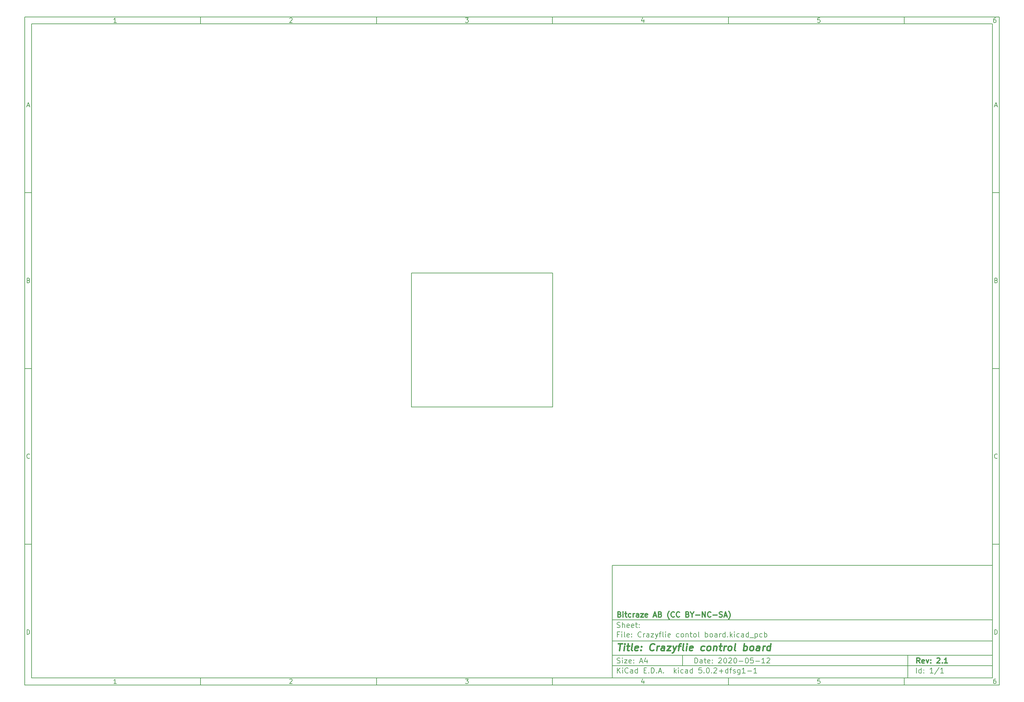
<source format=gm1>
G04 #@! TF.GenerationSoftware,KiCad,Pcbnew,5.0.2+dfsg1-1*
G04 #@! TF.CreationDate,2020-05-20T11:42:17+02:00*
G04 #@! TF.ProjectId,Crazyflie contol board,4372617a-7966-46c6-9965-20636f6e746f,2.1*
G04 #@! TF.SameCoordinates,PX85839e8PY6052f5c*
G04 #@! TF.FileFunction,Profile,NP*
%FSLAX46Y46*%
G04 Gerber Fmt 4.6, Leading zero omitted, Abs format (unit mm)*
G04 Created by KiCad (PCBNEW 5.0.2+dfsg1-1) date wo 20 mei 2020 11:42:17 CEST*
%MOMM*%
%LPD*%
G01*
G04 APERTURE LIST*
%ADD10C,0.150000*%
%ADD11C,0.300000*%
%ADD12C,0.400000*%
%ADD13C,0.200660*%
G04 APERTURE END LIST*
D10*
X37002480Y-65004100D02*
X37002480Y-97004100D01*
X145002480Y-97004100D01*
X145002480Y-65004100D01*
X37002480Y-65004100D01*
X-129999720Y91003100D02*
X-129999720Y-99004100D01*
X147002480Y-99004100D01*
X147002480Y91003100D01*
X-129999720Y91003100D01*
X-127999720Y89003100D02*
X-127999720Y-97004100D01*
X145002480Y-97004100D01*
X145002480Y89003100D01*
X-127999720Y89003100D01*
X-79999720Y89003100D02*
X-79999720Y91003100D01*
X-29999720Y89003100D02*
X-29999720Y91003100D01*
X20000280Y89003100D02*
X20000280Y91003100D01*
X70000280Y89003100D02*
X70000280Y91003100D01*
X120000280Y89003100D02*
X120000280Y91003100D01*
X-103934244Y89415005D02*
X-104677101Y89415005D01*
X-104305673Y89415005D02*
X-104305673Y90715005D01*
X-104429482Y90529291D01*
X-104553292Y90405481D01*
X-104677101Y90343577D01*
X-54677101Y90591196D02*
X-54615197Y90653100D01*
X-54491387Y90715005D01*
X-54181863Y90715005D01*
X-54058054Y90653100D01*
X-53996149Y90591196D01*
X-53934244Y90467386D01*
X-53934244Y90343577D01*
X-53996149Y90157862D01*
X-54739006Y89415005D01*
X-53934244Y89415005D01*
X-4739006Y90715005D02*
X-3934244Y90715005D01*
X-4367578Y90219767D01*
X-4181863Y90219767D01*
X-4058054Y90157862D01*
X-3996149Y90095958D01*
X-3934244Y89972148D01*
X-3934244Y89662624D01*
X-3996149Y89538815D01*
X-4058054Y89476910D01*
X-4181863Y89415005D01*
X-4553292Y89415005D01*
X-4677101Y89476910D01*
X-4739006Y89538815D01*
X45941946Y90281672D02*
X45941946Y89415005D01*
X45632422Y90776910D02*
X45322899Y89848339D01*
X46127660Y89848339D01*
X96003851Y90715005D02*
X95384803Y90715005D01*
X95322899Y90095958D01*
X95384803Y90157862D01*
X95508613Y90219767D01*
X95818137Y90219767D01*
X95941946Y90157862D01*
X96003851Y90095958D01*
X96065756Y89972148D01*
X96065756Y89662624D01*
X96003851Y89538815D01*
X95941946Y89476910D01*
X95818137Y89415005D01*
X95508613Y89415005D01*
X95384803Y89476910D01*
X95322899Y89538815D01*
X145941946Y90715005D02*
X145694327Y90715005D01*
X145570518Y90653100D01*
X145508613Y90591196D01*
X145384803Y90405481D01*
X145322899Y90157862D01*
X145322899Y89662624D01*
X145384803Y89538815D01*
X145446708Y89476910D01*
X145570518Y89415005D01*
X145818137Y89415005D01*
X145941946Y89476910D01*
X146003851Y89538815D01*
X146065756Y89662624D01*
X146065756Y89972148D01*
X146003851Y90095958D01*
X145941946Y90157862D01*
X145818137Y90219767D01*
X145570518Y90219767D01*
X145446708Y90157862D01*
X145384803Y90095958D01*
X145322899Y89972148D01*
X-79999720Y-97004100D02*
X-79999720Y-99004100D01*
X-29999720Y-97004100D02*
X-29999720Y-99004100D01*
X20000280Y-97004100D02*
X20000280Y-99004100D01*
X70000280Y-97004100D02*
X70000280Y-99004100D01*
X120000280Y-97004100D02*
X120000280Y-99004100D01*
X-103934244Y-98592195D02*
X-104677101Y-98592195D01*
X-104305673Y-98592195D02*
X-104305673Y-97292195D01*
X-104429482Y-97477909D01*
X-104553292Y-97601719D01*
X-104677101Y-97663623D01*
X-54677101Y-97416004D02*
X-54615197Y-97354100D01*
X-54491387Y-97292195D01*
X-54181863Y-97292195D01*
X-54058054Y-97354100D01*
X-53996149Y-97416004D01*
X-53934244Y-97539814D01*
X-53934244Y-97663623D01*
X-53996149Y-97849338D01*
X-54739006Y-98592195D01*
X-53934244Y-98592195D01*
X-4739006Y-97292195D02*
X-3934244Y-97292195D01*
X-4367578Y-97787433D01*
X-4181863Y-97787433D01*
X-4058054Y-97849338D01*
X-3996149Y-97911242D01*
X-3934244Y-98035052D01*
X-3934244Y-98344576D01*
X-3996149Y-98468385D01*
X-4058054Y-98530290D01*
X-4181863Y-98592195D01*
X-4553292Y-98592195D01*
X-4677101Y-98530290D01*
X-4739006Y-98468385D01*
X45941946Y-97725528D02*
X45941946Y-98592195D01*
X45632422Y-97230290D02*
X45322899Y-98158861D01*
X46127660Y-98158861D01*
X96003851Y-97292195D02*
X95384803Y-97292195D01*
X95322899Y-97911242D01*
X95384803Y-97849338D01*
X95508613Y-97787433D01*
X95818137Y-97787433D01*
X95941946Y-97849338D01*
X96003851Y-97911242D01*
X96065756Y-98035052D01*
X96065756Y-98344576D01*
X96003851Y-98468385D01*
X95941946Y-98530290D01*
X95818137Y-98592195D01*
X95508613Y-98592195D01*
X95384803Y-98530290D01*
X95322899Y-98468385D01*
X145941946Y-97292195D02*
X145694327Y-97292195D01*
X145570518Y-97354100D01*
X145508613Y-97416004D01*
X145384803Y-97601719D01*
X145322899Y-97849338D01*
X145322899Y-98344576D01*
X145384803Y-98468385D01*
X145446708Y-98530290D01*
X145570518Y-98592195D01*
X145818137Y-98592195D01*
X145941946Y-98530290D01*
X146003851Y-98468385D01*
X146065756Y-98344576D01*
X146065756Y-98035052D01*
X146003851Y-97911242D01*
X145941946Y-97849338D01*
X145818137Y-97787433D01*
X145570518Y-97787433D01*
X145446708Y-97849338D01*
X145384803Y-97911242D01*
X145322899Y-98035052D01*
X-129999720Y41003100D02*
X-127999720Y41003100D01*
X-129999720Y-8996900D02*
X-127999720Y-8996900D01*
X-129999720Y-58996900D02*
X-127999720Y-58996900D01*
X-129309244Y65786434D02*
X-128690197Y65786434D01*
X-129433054Y65415005D02*
X-128999720Y66715005D01*
X-128566387Y65415005D01*
X-128906863Y16095958D02*
X-128721149Y16034053D01*
X-128659244Y15972148D01*
X-128597340Y15848339D01*
X-128597340Y15662624D01*
X-128659244Y15538815D01*
X-128721149Y15476910D01*
X-128844959Y15415005D01*
X-129340197Y15415005D01*
X-129340197Y16715005D01*
X-128906863Y16715005D01*
X-128783054Y16653100D01*
X-128721149Y16591196D01*
X-128659244Y16467386D01*
X-128659244Y16343577D01*
X-128721149Y16219767D01*
X-128783054Y16157862D01*
X-128906863Y16095958D01*
X-129340197Y16095958D01*
X-128597340Y-34461185D02*
X-128659244Y-34523090D01*
X-128844959Y-34584995D01*
X-128968768Y-34584995D01*
X-129154482Y-34523090D01*
X-129278292Y-34399280D01*
X-129340197Y-34275471D01*
X-129402101Y-34027852D01*
X-129402101Y-33842138D01*
X-129340197Y-33594519D01*
X-129278292Y-33470709D01*
X-129154482Y-33346900D01*
X-128968768Y-33284995D01*
X-128844959Y-33284995D01*
X-128659244Y-33346900D01*
X-128597340Y-33408804D01*
X-129340197Y-84584995D02*
X-129340197Y-83284995D01*
X-129030673Y-83284995D01*
X-128844959Y-83346900D01*
X-128721149Y-83470709D01*
X-128659244Y-83594519D01*
X-128597340Y-83842138D01*
X-128597340Y-84027852D01*
X-128659244Y-84275471D01*
X-128721149Y-84399280D01*
X-128844959Y-84523090D01*
X-129030673Y-84584995D01*
X-129340197Y-84584995D01*
X147002480Y41003100D02*
X145002480Y41003100D01*
X147002480Y-8996900D02*
X145002480Y-8996900D01*
X147002480Y-58996900D02*
X145002480Y-58996900D01*
X145692956Y65786434D02*
X146312003Y65786434D01*
X145569146Y65415005D02*
X146002480Y66715005D01*
X146435813Y65415005D01*
X146095337Y16095958D02*
X146281051Y16034053D01*
X146342956Y15972148D01*
X146404860Y15848339D01*
X146404860Y15662624D01*
X146342956Y15538815D01*
X146281051Y15476910D01*
X146157241Y15415005D01*
X145662003Y15415005D01*
X145662003Y16715005D01*
X146095337Y16715005D01*
X146219146Y16653100D01*
X146281051Y16591196D01*
X146342956Y16467386D01*
X146342956Y16343577D01*
X146281051Y16219767D01*
X146219146Y16157862D01*
X146095337Y16095958D01*
X145662003Y16095958D01*
X146404860Y-34461185D02*
X146342956Y-34523090D01*
X146157241Y-34584995D01*
X146033432Y-34584995D01*
X145847718Y-34523090D01*
X145723908Y-34399280D01*
X145662003Y-34275471D01*
X145600099Y-34027852D01*
X145600099Y-33842138D01*
X145662003Y-33594519D01*
X145723908Y-33470709D01*
X145847718Y-33346900D01*
X146033432Y-33284995D01*
X146157241Y-33284995D01*
X146342956Y-33346900D01*
X146404860Y-33408804D01*
X145662003Y-84584995D02*
X145662003Y-83284995D01*
X145971527Y-83284995D01*
X146157241Y-83346900D01*
X146281051Y-83470709D01*
X146342956Y-83594519D01*
X146404860Y-83842138D01*
X146404860Y-84027852D01*
X146342956Y-84275471D01*
X146281051Y-84399280D01*
X146157241Y-84523090D01*
X145971527Y-84584995D01*
X145662003Y-84584995D01*
X60434622Y-92782671D02*
X60434622Y-91282671D01*
X60791765Y-91282671D01*
X61006051Y-91354100D01*
X61148908Y-91496957D01*
X61220337Y-91639814D01*
X61291765Y-91925528D01*
X61291765Y-92139814D01*
X61220337Y-92425528D01*
X61148908Y-92568385D01*
X61006051Y-92711242D01*
X60791765Y-92782671D01*
X60434622Y-92782671D01*
X62577480Y-92782671D02*
X62577480Y-91996957D01*
X62506051Y-91854100D01*
X62363194Y-91782671D01*
X62077480Y-91782671D01*
X61934622Y-91854100D01*
X62577480Y-92711242D02*
X62434622Y-92782671D01*
X62077480Y-92782671D01*
X61934622Y-92711242D01*
X61863194Y-92568385D01*
X61863194Y-92425528D01*
X61934622Y-92282671D01*
X62077480Y-92211242D01*
X62434622Y-92211242D01*
X62577480Y-92139814D01*
X63077480Y-91782671D02*
X63648908Y-91782671D01*
X63291765Y-91282671D02*
X63291765Y-92568385D01*
X63363194Y-92711242D01*
X63506051Y-92782671D01*
X63648908Y-92782671D01*
X64720337Y-92711242D02*
X64577480Y-92782671D01*
X64291765Y-92782671D01*
X64148908Y-92711242D01*
X64077480Y-92568385D01*
X64077480Y-91996957D01*
X64148908Y-91854100D01*
X64291765Y-91782671D01*
X64577480Y-91782671D01*
X64720337Y-91854100D01*
X64791765Y-91996957D01*
X64791765Y-92139814D01*
X64077480Y-92282671D01*
X65434622Y-92639814D02*
X65506051Y-92711242D01*
X65434622Y-92782671D01*
X65363194Y-92711242D01*
X65434622Y-92639814D01*
X65434622Y-92782671D01*
X65434622Y-91854100D02*
X65506051Y-91925528D01*
X65434622Y-91996957D01*
X65363194Y-91925528D01*
X65434622Y-91854100D01*
X65434622Y-91996957D01*
X67220337Y-91425528D02*
X67291765Y-91354100D01*
X67434622Y-91282671D01*
X67791765Y-91282671D01*
X67934622Y-91354100D01*
X68006051Y-91425528D01*
X68077480Y-91568385D01*
X68077480Y-91711242D01*
X68006051Y-91925528D01*
X67148908Y-92782671D01*
X68077480Y-92782671D01*
X69006051Y-91282671D02*
X69148908Y-91282671D01*
X69291765Y-91354100D01*
X69363194Y-91425528D01*
X69434622Y-91568385D01*
X69506051Y-91854100D01*
X69506051Y-92211242D01*
X69434622Y-92496957D01*
X69363194Y-92639814D01*
X69291765Y-92711242D01*
X69148908Y-92782671D01*
X69006051Y-92782671D01*
X68863194Y-92711242D01*
X68791765Y-92639814D01*
X68720337Y-92496957D01*
X68648908Y-92211242D01*
X68648908Y-91854100D01*
X68720337Y-91568385D01*
X68791765Y-91425528D01*
X68863194Y-91354100D01*
X69006051Y-91282671D01*
X70077480Y-91425528D02*
X70148908Y-91354100D01*
X70291765Y-91282671D01*
X70648908Y-91282671D01*
X70791765Y-91354100D01*
X70863194Y-91425528D01*
X70934622Y-91568385D01*
X70934622Y-91711242D01*
X70863194Y-91925528D01*
X70006051Y-92782671D01*
X70934622Y-92782671D01*
X71863194Y-91282671D02*
X72006051Y-91282671D01*
X72148908Y-91354100D01*
X72220337Y-91425528D01*
X72291765Y-91568385D01*
X72363194Y-91854100D01*
X72363194Y-92211242D01*
X72291765Y-92496957D01*
X72220337Y-92639814D01*
X72148908Y-92711242D01*
X72006051Y-92782671D01*
X71863194Y-92782671D01*
X71720337Y-92711242D01*
X71648908Y-92639814D01*
X71577480Y-92496957D01*
X71506051Y-92211242D01*
X71506051Y-91854100D01*
X71577480Y-91568385D01*
X71648908Y-91425528D01*
X71720337Y-91354100D01*
X71863194Y-91282671D01*
X73006051Y-92211242D02*
X74148908Y-92211242D01*
X75148908Y-91282671D02*
X75291765Y-91282671D01*
X75434622Y-91354100D01*
X75506051Y-91425528D01*
X75577480Y-91568385D01*
X75648908Y-91854100D01*
X75648908Y-92211242D01*
X75577480Y-92496957D01*
X75506051Y-92639814D01*
X75434622Y-92711242D01*
X75291765Y-92782671D01*
X75148908Y-92782671D01*
X75006051Y-92711242D01*
X74934622Y-92639814D01*
X74863194Y-92496957D01*
X74791765Y-92211242D01*
X74791765Y-91854100D01*
X74863194Y-91568385D01*
X74934622Y-91425528D01*
X75006051Y-91354100D01*
X75148908Y-91282671D01*
X77006051Y-91282671D02*
X76291765Y-91282671D01*
X76220337Y-91996957D01*
X76291765Y-91925528D01*
X76434622Y-91854100D01*
X76791765Y-91854100D01*
X76934622Y-91925528D01*
X77006051Y-91996957D01*
X77077480Y-92139814D01*
X77077480Y-92496957D01*
X77006051Y-92639814D01*
X76934622Y-92711242D01*
X76791765Y-92782671D01*
X76434622Y-92782671D01*
X76291765Y-92711242D01*
X76220337Y-92639814D01*
X77720337Y-92211242D02*
X78863194Y-92211242D01*
X80363194Y-92782671D02*
X79506051Y-92782671D01*
X79934622Y-92782671D02*
X79934622Y-91282671D01*
X79791765Y-91496957D01*
X79648908Y-91639814D01*
X79506051Y-91711242D01*
X80934622Y-91425528D02*
X81006051Y-91354100D01*
X81148908Y-91282671D01*
X81506051Y-91282671D01*
X81648908Y-91354100D01*
X81720337Y-91425528D01*
X81791765Y-91568385D01*
X81791765Y-91711242D01*
X81720337Y-91925528D01*
X80863194Y-92782671D01*
X81791765Y-92782671D01*
X37002480Y-93504100D02*
X145002480Y-93504100D01*
X38434622Y-95582671D02*
X38434622Y-94082671D01*
X39291765Y-95582671D02*
X38648908Y-94725528D01*
X39291765Y-94082671D02*
X38434622Y-94939814D01*
X39934622Y-95582671D02*
X39934622Y-94582671D01*
X39934622Y-94082671D02*
X39863194Y-94154100D01*
X39934622Y-94225528D01*
X40006051Y-94154100D01*
X39934622Y-94082671D01*
X39934622Y-94225528D01*
X41506051Y-95439814D02*
X41434622Y-95511242D01*
X41220337Y-95582671D01*
X41077480Y-95582671D01*
X40863194Y-95511242D01*
X40720337Y-95368385D01*
X40648908Y-95225528D01*
X40577480Y-94939814D01*
X40577480Y-94725528D01*
X40648908Y-94439814D01*
X40720337Y-94296957D01*
X40863194Y-94154100D01*
X41077480Y-94082671D01*
X41220337Y-94082671D01*
X41434622Y-94154100D01*
X41506051Y-94225528D01*
X42791765Y-95582671D02*
X42791765Y-94796957D01*
X42720337Y-94654100D01*
X42577480Y-94582671D01*
X42291765Y-94582671D01*
X42148908Y-94654100D01*
X42791765Y-95511242D02*
X42648908Y-95582671D01*
X42291765Y-95582671D01*
X42148908Y-95511242D01*
X42077480Y-95368385D01*
X42077480Y-95225528D01*
X42148908Y-95082671D01*
X42291765Y-95011242D01*
X42648908Y-95011242D01*
X42791765Y-94939814D01*
X44148908Y-95582671D02*
X44148908Y-94082671D01*
X44148908Y-95511242D02*
X44006051Y-95582671D01*
X43720337Y-95582671D01*
X43577480Y-95511242D01*
X43506051Y-95439814D01*
X43434622Y-95296957D01*
X43434622Y-94868385D01*
X43506051Y-94725528D01*
X43577480Y-94654100D01*
X43720337Y-94582671D01*
X44006051Y-94582671D01*
X44148908Y-94654100D01*
X46006051Y-94796957D02*
X46506051Y-94796957D01*
X46720337Y-95582671D02*
X46006051Y-95582671D01*
X46006051Y-94082671D01*
X46720337Y-94082671D01*
X47363194Y-95439814D02*
X47434622Y-95511242D01*
X47363194Y-95582671D01*
X47291765Y-95511242D01*
X47363194Y-95439814D01*
X47363194Y-95582671D01*
X48077480Y-95582671D02*
X48077480Y-94082671D01*
X48434622Y-94082671D01*
X48648908Y-94154100D01*
X48791765Y-94296957D01*
X48863194Y-94439814D01*
X48934622Y-94725528D01*
X48934622Y-94939814D01*
X48863194Y-95225528D01*
X48791765Y-95368385D01*
X48648908Y-95511242D01*
X48434622Y-95582671D01*
X48077480Y-95582671D01*
X49577480Y-95439814D02*
X49648908Y-95511242D01*
X49577480Y-95582671D01*
X49506051Y-95511242D01*
X49577480Y-95439814D01*
X49577480Y-95582671D01*
X50220337Y-95154100D02*
X50934622Y-95154100D01*
X50077480Y-95582671D02*
X50577480Y-94082671D01*
X51077480Y-95582671D01*
X51577480Y-95439814D02*
X51648908Y-95511242D01*
X51577480Y-95582671D01*
X51506051Y-95511242D01*
X51577480Y-95439814D01*
X51577480Y-95582671D01*
X54577480Y-95582671D02*
X54577480Y-94082671D01*
X54720337Y-95011242D02*
X55148908Y-95582671D01*
X55148908Y-94582671D02*
X54577480Y-95154100D01*
X55791765Y-95582671D02*
X55791765Y-94582671D01*
X55791765Y-94082671D02*
X55720337Y-94154100D01*
X55791765Y-94225528D01*
X55863194Y-94154100D01*
X55791765Y-94082671D01*
X55791765Y-94225528D01*
X57148908Y-95511242D02*
X57006051Y-95582671D01*
X56720337Y-95582671D01*
X56577480Y-95511242D01*
X56506051Y-95439814D01*
X56434622Y-95296957D01*
X56434622Y-94868385D01*
X56506051Y-94725528D01*
X56577480Y-94654100D01*
X56720337Y-94582671D01*
X57006051Y-94582671D01*
X57148908Y-94654100D01*
X58434622Y-95582671D02*
X58434622Y-94796957D01*
X58363194Y-94654100D01*
X58220337Y-94582671D01*
X57934622Y-94582671D01*
X57791765Y-94654100D01*
X58434622Y-95511242D02*
X58291765Y-95582671D01*
X57934622Y-95582671D01*
X57791765Y-95511242D01*
X57720337Y-95368385D01*
X57720337Y-95225528D01*
X57791765Y-95082671D01*
X57934622Y-95011242D01*
X58291765Y-95011242D01*
X58434622Y-94939814D01*
X59791765Y-95582671D02*
X59791765Y-94082671D01*
X59791765Y-95511242D02*
X59648908Y-95582671D01*
X59363194Y-95582671D01*
X59220337Y-95511242D01*
X59148908Y-95439814D01*
X59077480Y-95296957D01*
X59077480Y-94868385D01*
X59148908Y-94725528D01*
X59220337Y-94654100D01*
X59363194Y-94582671D01*
X59648908Y-94582671D01*
X59791765Y-94654100D01*
X62363194Y-94082671D02*
X61648908Y-94082671D01*
X61577480Y-94796957D01*
X61648908Y-94725528D01*
X61791765Y-94654100D01*
X62148908Y-94654100D01*
X62291765Y-94725528D01*
X62363194Y-94796957D01*
X62434622Y-94939814D01*
X62434622Y-95296957D01*
X62363194Y-95439814D01*
X62291765Y-95511242D01*
X62148908Y-95582671D01*
X61791765Y-95582671D01*
X61648908Y-95511242D01*
X61577480Y-95439814D01*
X63077480Y-95439814D02*
X63148908Y-95511242D01*
X63077480Y-95582671D01*
X63006051Y-95511242D01*
X63077480Y-95439814D01*
X63077480Y-95582671D01*
X64077480Y-94082671D02*
X64220337Y-94082671D01*
X64363194Y-94154100D01*
X64434622Y-94225528D01*
X64506051Y-94368385D01*
X64577480Y-94654100D01*
X64577480Y-95011242D01*
X64506051Y-95296957D01*
X64434622Y-95439814D01*
X64363194Y-95511242D01*
X64220337Y-95582671D01*
X64077480Y-95582671D01*
X63934622Y-95511242D01*
X63863194Y-95439814D01*
X63791765Y-95296957D01*
X63720337Y-95011242D01*
X63720337Y-94654100D01*
X63791765Y-94368385D01*
X63863194Y-94225528D01*
X63934622Y-94154100D01*
X64077480Y-94082671D01*
X65220337Y-95439814D02*
X65291765Y-95511242D01*
X65220337Y-95582671D01*
X65148908Y-95511242D01*
X65220337Y-95439814D01*
X65220337Y-95582671D01*
X65863194Y-94225528D02*
X65934622Y-94154100D01*
X66077480Y-94082671D01*
X66434622Y-94082671D01*
X66577480Y-94154100D01*
X66648908Y-94225528D01*
X66720337Y-94368385D01*
X66720337Y-94511242D01*
X66648908Y-94725528D01*
X65791765Y-95582671D01*
X66720337Y-95582671D01*
X67363194Y-95011242D02*
X68506051Y-95011242D01*
X67934622Y-95582671D02*
X67934622Y-94439814D01*
X69863194Y-95582671D02*
X69863194Y-94082671D01*
X69863194Y-95511242D02*
X69720337Y-95582671D01*
X69434622Y-95582671D01*
X69291765Y-95511242D01*
X69220337Y-95439814D01*
X69148908Y-95296957D01*
X69148908Y-94868385D01*
X69220337Y-94725528D01*
X69291765Y-94654100D01*
X69434622Y-94582671D01*
X69720337Y-94582671D01*
X69863194Y-94654100D01*
X70363194Y-94582671D02*
X70934622Y-94582671D01*
X70577480Y-95582671D02*
X70577480Y-94296957D01*
X70648908Y-94154100D01*
X70791765Y-94082671D01*
X70934622Y-94082671D01*
X71363194Y-95511242D02*
X71506051Y-95582671D01*
X71791765Y-95582671D01*
X71934622Y-95511242D01*
X72006051Y-95368385D01*
X72006051Y-95296957D01*
X71934622Y-95154100D01*
X71791765Y-95082671D01*
X71577480Y-95082671D01*
X71434622Y-95011242D01*
X71363194Y-94868385D01*
X71363194Y-94796957D01*
X71434622Y-94654100D01*
X71577480Y-94582671D01*
X71791765Y-94582671D01*
X71934622Y-94654100D01*
X73291765Y-94582671D02*
X73291765Y-95796957D01*
X73220337Y-95939814D01*
X73148908Y-96011242D01*
X73006051Y-96082671D01*
X72791765Y-96082671D01*
X72648908Y-96011242D01*
X73291765Y-95511242D02*
X73148908Y-95582671D01*
X72863194Y-95582671D01*
X72720337Y-95511242D01*
X72648908Y-95439814D01*
X72577480Y-95296957D01*
X72577480Y-94868385D01*
X72648908Y-94725528D01*
X72720337Y-94654100D01*
X72863194Y-94582671D01*
X73148908Y-94582671D01*
X73291765Y-94654100D01*
X74791765Y-95582671D02*
X73934622Y-95582671D01*
X74363194Y-95582671D02*
X74363194Y-94082671D01*
X74220337Y-94296957D01*
X74077480Y-94439814D01*
X73934622Y-94511242D01*
X75434622Y-95011242D02*
X76577480Y-95011242D01*
X78077480Y-95582671D02*
X77220337Y-95582671D01*
X77648908Y-95582671D02*
X77648908Y-94082671D01*
X77506051Y-94296957D01*
X77363194Y-94439814D01*
X77220337Y-94511242D01*
X37002480Y-90504100D02*
X145002480Y-90504100D01*
D11*
X124411765Y-92782671D02*
X123911765Y-92068385D01*
X123554622Y-92782671D02*
X123554622Y-91282671D01*
X124126051Y-91282671D01*
X124268908Y-91354100D01*
X124340337Y-91425528D01*
X124411765Y-91568385D01*
X124411765Y-91782671D01*
X124340337Y-91925528D01*
X124268908Y-91996957D01*
X124126051Y-92068385D01*
X123554622Y-92068385D01*
X125626051Y-92711242D02*
X125483194Y-92782671D01*
X125197480Y-92782671D01*
X125054622Y-92711242D01*
X124983194Y-92568385D01*
X124983194Y-91996957D01*
X125054622Y-91854100D01*
X125197480Y-91782671D01*
X125483194Y-91782671D01*
X125626051Y-91854100D01*
X125697480Y-91996957D01*
X125697480Y-92139814D01*
X124983194Y-92282671D01*
X126197480Y-91782671D02*
X126554622Y-92782671D01*
X126911765Y-91782671D01*
X127483194Y-92639814D02*
X127554622Y-92711242D01*
X127483194Y-92782671D01*
X127411765Y-92711242D01*
X127483194Y-92639814D01*
X127483194Y-92782671D01*
X127483194Y-91854100D02*
X127554622Y-91925528D01*
X127483194Y-91996957D01*
X127411765Y-91925528D01*
X127483194Y-91854100D01*
X127483194Y-91996957D01*
X129268908Y-91425528D02*
X129340337Y-91354100D01*
X129483194Y-91282671D01*
X129840337Y-91282671D01*
X129983194Y-91354100D01*
X130054622Y-91425528D01*
X130126051Y-91568385D01*
X130126051Y-91711242D01*
X130054622Y-91925528D01*
X129197480Y-92782671D01*
X130126051Y-92782671D01*
X130768908Y-92639814D02*
X130840337Y-92711242D01*
X130768908Y-92782671D01*
X130697480Y-92711242D01*
X130768908Y-92639814D01*
X130768908Y-92782671D01*
X132268908Y-92782671D02*
X131411765Y-92782671D01*
X131840337Y-92782671D02*
X131840337Y-91282671D01*
X131697480Y-91496957D01*
X131554622Y-91639814D01*
X131411765Y-91711242D01*
D10*
X38363194Y-92711242D02*
X38577480Y-92782671D01*
X38934622Y-92782671D01*
X39077480Y-92711242D01*
X39148908Y-92639814D01*
X39220337Y-92496957D01*
X39220337Y-92354100D01*
X39148908Y-92211242D01*
X39077480Y-92139814D01*
X38934622Y-92068385D01*
X38648908Y-91996957D01*
X38506051Y-91925528D01*
X38434622Y-91854100D01*
X38363194Y-91711242D01*
X38363194Y-91568385D01*
X38434622Y-91425528D01*
X38506051Y-91354100D01*
X38648908Y-91282671D01*
X39006051Y-91282671D01*
X39220337Y-91354100D01*
X39863194Y-92782671D02*
X39863194Y-91782671D01*
X39863194Y-91282671D02*
X39791765Y-91354100D01*
X39863194Y-91425528D01*
X39934622Y-91354100D01*
X39863194Y-91282671D01*
X39863194Y-91425528D01*
X40434622Y-91782671D02*
X41220337Y-91782671D01*
X40434622Y-92782671D01*
X41220337Y-92782671D01*
X42363194Y-92711242D02*
X42220337Y-92782671D01*
X41934622Y-92782671D01*
X41791765Y-92711242D01*
X41720337Y-92568385D01*
X41720337Y-91996957D01*
X41791765Y-91854100D01*
X41934622Y-91782671D01*
X42220337Y-91782671D01*
X42363194Y-91854100D01*
X42434622Y-91996957D01*
X42434622Y-92139814D01*
X41720337Y-92282671D01*
X43077480Y-92639814D02*
X43148908Y-92711242D01*
X43077480Y-92782671D01*
X43006051Y-92711242D01*
X43077480Y-92639814D01*
X43077480Y-92782671D01*
X43077480Y-91854100D02*
X43148908Y-91925528D01*
X43077480Y-91996957D01*
X43006051Y-91925528D01*
X43077480Y-91854100D01*
X43077480Y-91996957D01*
X44863194Y-92354100D02*
X45577480Y-92354100D01*
X44720337Y-92782671D02*
X45220337Y-91282671D01*
X45720337Y-92782671D01*
X46863194Y-91782671D02*
X46863194Y-92782671D01*
X46506051Y-91211242D02*
X46148908Y-92282671D01*
X47077480Y-92282671D01*
X123434622Y-95582671D02*
X123434622Y-94082671D01*
X124791765Y-95582671D02*
X124791765Y-94082671D01*
X124791765Y-95511242D02*
X124648908Y-95582671D01*
X124363194Y-95582671D01*
X124220337Y-95511242D01*
X124148908Y-95439814D01*
X124077480Y-95296957D01*
X124077480Y-94868385D01*
X124148908Y-94725528D01*
X124220337Y-94654100D01*
X124363194Y-94582671D01*
X124648908Y-94582671D01*
X124791765Y-94654100D01*
X125506051Y-95439814D02*
X125577480Y-95511242D01*
X125506051Y-95582671D01*
X125434622Y-95511242D01*
X125506051Y-95439814D01*
X125506051Y-95582671D01*
X125506051Y-94654100D02*
X125577480Y-94725528D01*
X125506051Y-94796957D01*
X125434622Y-94725528D01*
X125506051Y-94654100D01*
X125506051Y-94796957D01*
X128148908Y-95582671D02*
X127291765Y-95582671D01*
X127720337Y-95582671D02*
X127720337Y-94082671D01*
X127577480Y-94296957D01*
X127434622Y-94439814D01*
X127291765Y-94511242D01*
X129863194Y-94011242D02*
X128577480Y-95939814D01*
X131148908Y-95582671D02*
X130291765Y-95582671D01*
X130720337Y-95582671D02*
X130720337Y-94082671D01*
X130577480Y-94296957D01*
X130434622Y-94439814D01*
X130291765Y-94511242D01*
X37002480Y-86504100D02*
X145002480Y-86504100D01*
D12*
X38714860Y-87208861D02*
X39857718Y-87208861D01*
X39036289Y-89208861D02*
X39286289Y-87208861D01*
X40274384Y-89208861D02*
X40441051Y-87875528D01*
X40524384Y-87208861D02*
X40417241Y-87304100D01*
X40500575Y-87399338D01*
X40607718Y-87304100D01*
X40524384Y-87208861D01*
X40500575Y-87399338D01*
X41107718Y-87875528D02*
X41869622Y-87875528D01*
X41476765Y-87208861D02*
X41262480Y-88923147D01*
X41333908Y-89113623D01*
X41512480Y-89208861D01*
X41702956Y-89208861D01*
X42655337Y-89208861D02*
X42476765Y-89113623D01*
X42405337Y-88923147D01*
X42619622Y-87208861D01*
X44191051Y-89113623D02*
X43988670Y-89208861D01*
X43607718Y-89208861D01*
X43429146Y-89113623D01*
X43357718Y-88923147D01*
X43452956Y-88161242D01*
X43572003Y-87970766D01*
X43774384Y-87875528D01*
X44155337Y-87875528D01*
X44333908Y-87970766D01*
X44405337Y-88161242D01*
X44381527Y-88351719D01*
X43405337Y-88542195D01*
X45155337Y-89018385D02*
X45238670Y-89113623D01*
X45131527Y-89208861D01*
X45048194Y-89113623D01*
X45155337Y-89018385D01*
X45131527Y-89208861D01*
X45286289Y-87970766D02*
X45369622Y-88066004D01*
X45262480Y-88161242D01*
X45179146Y-88066004D01*
X45286289Y-87970766D01*
X45262480Y-88161242D01*
X48774384Y-89018385D02*
X48667241Y-89113623D01*
X48369622Y-89208861D01*
X48179146Y-89208861D01*
X47905337Y-89113623D01*
X47738670Y-88923147D01*
X47667241Y-88732671D01*
X47619622Y-88351719D01*
X47655337Y-88066004D01*
X47798194Y-87685052D01*
X47917241Y-87494576D01*
X48131527Y-87304100D01*
X48429146Y-87208861D01*
X48619622Y-87208861D01*
X48893432Y-87304100D01*
X48976765Y-87399338D01*
X49607718Y-89208861D02*
X49774384Y-87875528D01*
X49726765Y-88256480D02*
X49845813Y-88066004D01*
X49952956Y-87970766D01*
X50155337Y-87875528D01*
X50345813Y-87875528D01*
X51702956Y-89208861D02*
X51833908Y-88161242D01*
X51762480Y-87970766D01*
X51583908Y-87875528D01*
X51202956Y-87875528D01*
X51000575Y-87970766D01*
X51714860Y-89113623D02*
X51512480Y-89208861D01*
X51036289Y-89208861D01*
X50857718Y-89113623D01*
X50786289Y-88923147D01*
X50810099Y-88732671D01*
X50929146Y-88542195D01*
X51131527Y-88446957D01*
X51607718Y-88446957D01*
X51810099Y-88351719D01*
X52631527Y-87875528D02*
X53679146Y-87875528D01*
X52464860Y-89208861D01*
X53512480Y-89208861D01*
X54250575Y-87875528D02*
X54560099Y-89208861D01*
X55202956Y-87875528D02*
X54560099Y-89208861D01*
X54310099Y-89685052D01*
X54202956Y-89780290D01*
X54000575Y-89875528D01*
X55679146Y-87875528D02*
X56441051Y-87875528D01*
X55798194Y-89208861D02*
X56012480Y-87494576D01*
X56131527Y-87304100D01*
X56333908Y-87208861D01*
X56524384Y-87208861D01*
X57226765Y-89208861D02*
X57048194Y-89113623D01*
X56976765Y-88923147D01*
X57191051Y-87208861D01*
X57988670Y-89208861D02*
X58155337Y-87875528D01*
X58238670Y-87208861D02*
X58131527Y-87304100D01*
X58214860Y-87399338D01*
X58322003Y-87304100D01*
X58238670Y-87208861D01*
X58214860Y-87399338D01*
X59714860Y-89113623D02*
X59512480Y-89208861D01*
X59131527Y-89208861D01*
X58952956Y-89113623D01*
X58881527Y-88923147D01*
X58976765Y-88161242D01*
X59095813Y-87970766D01*
X59298194Y-87875528D01*
X59679146Y-87875528D01*
X59857718Y-87970766D01*
X59929146Y-88161242D01*
X59905337Y-88351719D01*
X58929146Y-88542195D01*
X63048194Y-89113623D02*
X62845813Y-89208861D01*
X62464860Y-89208861D01*
X62286289Y-89113623D01*
X62202956Y-89018385D01*
X62131527Y-88827909D01*
X62202956Y-88256480D01*
X62322003Y-88066004D01*
X62429146Y-87970766D01*
X62631527Y-87875528D01*
X63012480Y-87875528D01*
X63191051Y-87970766D01*
X64179146Y-89208861D02*
X64000575Y-89113623D01*
X63917241Y-89018385D01*
X63845813Y-88827909D01*
X63917241Y-88256480D01*
X64036289Y-88066004D01*
X64143432Y-87970766D01*
X64345813Y-87875528D01*
X64631527Y-87875528D01*
X64810099Y-87970766D01*
X64893432Y-88066004D01*
X64964860Y-88256480D01*
X64893432Y-88827909D01*
X64774384Y-89018385D01*
X64667241Y-89113623D01*
X64464860Y-89208861D01*
X64179146Y-89208861D01*
X65869622Y-87875528D02*
X65702956Y-89208861D01*
X65845813Y-88066004D02*
X65952956Y-87970766D01*
X66155337Y-87875528D01*
X66441051Y-87875528D01*
X66619622Y-87970766D01*
X66691051Y-88161242D01*
X66560099Y-89208861D01*
X67393432Y-87875528D02*
X68155337Y-87875528D01*
X67762480Y-87208861D02*
X67548194Y-88923147D01*
X67619622Y-89113623D01*
X67798194Y-89208861D01*
X67988670Y-89208861D01*
X68655337Y-89208861D02*
X68822003Y-87875528D01*
X68774384Y-88256480D02*
X68893432Y-88066004D01*
X69000575Y-87970766D01*
X69202956Y-87875528D01*
X69393432Y-87875528D01*
X70179146Y-89208861D02*
X70000575Y-89113623D01*
X69917241Y-89018385D01*
X69845813Y-88827909D01*
X69917241Y-88256480D01*
X70036289Y-88066004D01*
X70143432Y-87970766D01*
X70345813Y-87875528D01*
X70631527Y-87875528D01*
X70810099Y-87970766D01*
X70893432Y-88066004D01*
X70964860Y-88256480D01*
X70893432Y-88827909D01*
X70774384Y-89018385D01*
X70667241Y-89113623D01*
X70464860Y-89208861D01*
X70179146Y-89208861D01*
X71988670Y-89208861D02*
X71810099Y-89113623D01*
X71738670Y-88923147D01*
X71952956Y-87208861D01*
X74274384Y-89208861D02*
X74524384Y-87208861D01*
X74429146Y-87970766D02*
X74631527Y-87875528D01*
X75012480Y-87875528D01*
X75191051Y-87970766D01*
X75274384Y-88066004D01*
X75345813Y-88256480D01*
X75274384Y-88827909D01*
X75155337Y-89018385D01*
X75048194Y-89113623D01*
X74845813Y-89208861D01*
X74464860Y-89208861D01*
X74286289Y-89113623D01*
X76369622Y-89208861D02*
X76191051Y-89113623D01*
X76107718Y-89018385D01*
X76036289Y-88827909D01*
X76107718Y-88256480D01*
X76226765Y-88066004D01*
X76333908Y-87970766D01*
X76536289Y-87875528D01*
X76822003Y-87875528D01*
X77000575Y-87970766D01*
X77083908Y-88066004D01*
X77155337Y-88256480D01*
X77083908Y-88827909D01*
X76964860Y-89018385D01*
X76857718Y-89113623D01*
X76655337Y-89208861D01*
X76369622Y-89208861D01*
X78750575Y-89208861D02*
X78881527Y-88161242D01*
X78810099Y-87970766D01*
X78631527Y-87875528D01*
X78250575Y-87875528D01*
X78048194Y-87970766D01*
X78762480Y-89113623D02*
X78560099Y-89208861D01*
X78083908Y-89208861D01*
X77905337Y-89113623D01*
X77833908Y-88923147D01*
X77857718Y-88732671D01*
X77976765Y-88542195D01*
X78179146Y-88446957D01*
X78655337Y-88446957D01*
X78857718Y-88351719D01*
X79702956Y-89208861D02*
X79869622Y-87875528D01*
X79822003Y-88256480D02*
X79941051Y-88066004D01*
X80048194Y-87970766D01*
X80250575Y-87875528D01*
X80441051Y-87875528D01*
X81798194Y-89208861D02*
X82048194Y-87208861D01*
X81810099Y-89113623D02*
X81607718Y-89208861D01*
X81226765Y-89208861D01*
X81048194Y-89113623D01*
X80964860Y-89018385D01*
X80893432Y-88827909D01*
X80964860Y-88256480D01*
X81083908Y-88066004D01*
X81191051Y-87970766D01*
X81393432Y-87875528D01*
X81774384Y-87875528D01*
X81952956Y-87970766D01*
D10*
X38934622Y-84596957D02*
X38434622Y-84596957D01*
X38434622Y-85382671D02*
X38434622Y-83882671D01*
X39148908Y-83882671D01*
X39720337Y-85382671D02*
X39720337Y-84382671D01*
X39720337Y-83882671D02*
X39648908Y-83954100D01*
X39720337Y-84025528D01*
X39791765Y-83954100D01*
X39720337Y-83882671D01*
X39720337Y-84025528D01*
X40648908Y-85382671D02*
X40506051Y-85311242D01*
X40434622Y-85168385D01*
X40434622Y-83882671D01*
X41791765Y-85311242D02*
X41648908Y-85382671D01*
X41363194Y-85382671D01*
X41220337Y-85311242D01*
X41148908Y-85168385D01*
X41148908Y-84596957D01*
X41220337Y-84454100D01*
X41363194Y-84382671D01*
X41648908Y-84382671D01*
X41791765Y-84454100D01*
X41863194Y-84596957D01*
X41863194Y-84739814D01*
X41148908Y-84882671D01*
X42506051Y-85239814D02*
X42577480Y-85311242D01*
X42506051Y-85382671D01*
X42434622Y-85311242D01*
X42506051Y-85239814D01*
X42506051Y-85382671D01*
X42506051Y-84454100D02*
X42577480Y-84525528D01*
X42506051Y-84596957D01*
X42434622Y-84525528D01*
X42506051Y-84454100D01*
X42506051Y-84596957D01*
X45220337Y-85239814D02*
X45148908Y-85311242D01*
X44934622Y-85382671D01*
X44791765Y-85382671D01*
X44577480Y-85311242D01*
X44434622Y-85168385D01*
X44363194Y-85025528D01*
X44291765Y-84739814D01*
X44291765Y-84525528D01*
X44363194Y-84239814D01*
X44434622Y-84096957D01*
X44577480Y-83954100D01*
X44791765Y-83882671D01*
X44934622Y-83882671D01*
X45148908Y-83954100D01*
X45220337Y-84025528D01*
X45863194Y-85382671D02*
X45863194Y-84382671D01*
X45863194Y-84668385D02*
X45934622Y-84525528D01*
X46006051Y-84454100D01*
X46148908Y-84382671D01*
X46291765Y-84382671D01*
X47434622Y-85382671D02*
X47434622Y-84596957D01*
X47363194Y-84454100D01*
X47220337Y-84382671D01*
X46934622Y-84382671D01*
X46791765Y-84454100D01*
X47434622Y-85311242D02*
X47291765Y-85382671D01*
X46934622Y-85382671D01*
X46791765Y-85311242D01*
X46720337Y-85168385D01*
X46720337Y-85025528D01*
X46791765Y-84882671D01*
X46934622Y-84811242D01*
X47291765Y-84811242D01*
X47434622Y-84739814D01*
X48006051Y-84382671D02*
X48791765Y-84382671D01*
X48006051Y-85382671D01*
X48791765Y-85382671D01*
X49220337Y-84382671D02*
X49577480Y-85382671D01*
X49934622Y-84382671D02*
X49577480Y-85382671D01*
X49434622Y-85739814D01*
X49363194Y-85811242D01*
X49220337Y-85882671D01*
X50291765Y-84382671D02*
X50863194Y-84382671D01*
X50506051Y-85382671D02*
X50506051Y-84096957D01*
X50577480Y-83954100D01*
X50720337Y-83882671D01*
X50863194Y-83882671D01*
X51577480Y-85382671D02*
X51434622Y-85311242D01*
X51363194Y-85168385D01*
X51363194Y-83882671D01*
X52148908Y-85382671D02*
X52148908Y-84382671D01*
X52148908Y-83882671D02*
X52077480Y-83954100D01*
X52148908Y-84025528D01*
X52220337Y-83954100D01*
X52148908Y-83882671D01*
X52148908Y-84025528D01*
X53434622Y-85311242D02*
X53291765Y-85382671D01*
X53006051Y-85382671D01*
X52863194Y-85311242D01*
X52791765Y-85168385D01*
X52791765Y-84596957D01*
X52863194Y-84454100D01*
X53006051Y-84382671D01*
X53291765Y-84382671D01*
X53434622Y-84454100D01*
X53506051Y-84596957D01*
X53506051Y-84739814D01*
X52791765Y-84882671D01*
X55934622Y-85311242D02*
X55791765Y-85382671D01*
X55506051Y-85382671D01*
X55363194Y-85311242D01*
X55291765Y-85239814D01*
X55220337Y-85096957D01*
X55220337Y-84668385D01*
X55291765Y-84525528D01*
X55363194Y-84454100D01*
X55506051Y-84382671D01*
X55791765Y-84382671D01*
X55934622Y-84454100D01*
X56791765Y-85382671D02*
X56648908Y-85311242D01*
X56577480Y-85239814D01*
X56506051Y-85096957D01*
X56506051Y-84668385D01*
X56577480Y-84525528D01*
X56648908Y-84454100D01*
X56791765Y-84382671D01*
X57006051Y-84382671D01*
X57148908Y-84454100D01*
X57220337Y-84525528D01*
X57291765Y-84668385D01*
X57291765Y-85096957D01*
X57220337Y-85239814D01*
X57148908Y-85311242D01*
X57006051Y-85382671D01*
X56791765Y-85382671D01*
X57934622Y-84382671D02*
X57934622Y-85382671D01*
X57934622Y-84525528D02*
X58006051Y-84454100D01*
X58148908Y-84382671D01*
X58363194Y-84382671D01*
X58506051Y-84454100D01*
X58577480Y-84596957D01*
X58577480Y-85382671D01*
X59077480Y-84382671D02*
X59648908Y-84382671D01*
X59291765Y-83882671D02*
X59291765Y-85168385D01*
X59363194Y-85311242D01*
X59506051Y-85382671D01*
X59648908Y-85382671D01*
X60363194Y-85382671D02*
X60220337Y-85311242D01*
X60148908Y-85239814D01*
X60077480Y-85096957D01*
X60077480Y-84668385D01*
X60148908Y-84525528D01*
X60220337Y-84454100D01*
X60363194Y-84382671D01*
X60577480Y-84382671D01*
X60720337Y-84454100D01*
X60791765Y-84525528D01*
X60863194Y-84668385D01*
X60863194Y-85096957D01*
X60791765Y-85239814D01*
X60720337Y-85311242D01*
X60577480Y-85382671D01*
X60363194Y-85382671D01*
X61720337Y-85382671D02*
X61577480Y-85311242D01*
X61506051Y-85168385D01*
X61506051Y-83882671D01*
X63434622Y-85382671D02*
X63434622Y-83882671D01*
X63434622Y-84454100D02*
X63577480Y-84382671D01*
X63863194Y-84382671D01*
X64006051Y-84454100D01*
X64077480Y-84525528D01*
X64148908Y-84668385D01*
X64148908Y-85096957D01*
X64077480Y-85239814D01*
X64006051Y-85311242D01*
X63863194Y-85382671D01*
X63577480Y-85382671D01*
X63434622Y-85311242D01*
X65006051Y-85382671D02*
X64863194Y-85311242D01*
X64791765Y-85239814D01*
X64720337Y-85096957D01*
X64720337Y-84668385D01*
X64791765Y-84525528D01*
X64863194Y-84454100D01*
X65006051Y-84382671D01*
X65220337Y-84382671D01*
X65363194Y-84454100D01*
X65434622Y-84525528D01*
X65506051Y-84668385D01*
X65506051Y-85096957D01*
X65434622Y-85239814D01*
X65363194Y-85311242D01*
X65220337Y-85382671D01*
X65006051Y-85382671D01*
X66791765Y-85382671D02*
X66791765Y-84596957D01*
X66720337Y-84454100D01*
X66577480Y-84382671D01*
X66291765Y-84382671D01*
X66148908Y-84454100D01*
X66791765Y-85311242D02*
X66648908Y-85382671D01*
X66291765Y-85382671D01*
X66148908Y-85311242D01*
X66077480Y-85168385D01*
X66077480Y-85025528D01*
X66148908Y-84882671D01*
X66291765Y-84811242D01*
X66648908Y-84811242D01*
X66791765Y-84739814D01*
X67506051Y-85382671D02*
X67506051Y-84382671D01*
X67506051Y-84668385D02*
X67577480Y-84525528D01*
X67648908Y-84454100D01*
X67791765Y-84382671D01*
X67934622Y-84382671D01*
X69077480Y-85382671D02*
X69077480Y-83882671D01*
X69077480Y-85311242D02*
X68934622Y-85382671D01*
X68648908Y-85382671D01*
X68506051Y-85311242D01*
X68434622Y-85239814D01*
X68363194Y-85096957D01*
X68363194Y-84668385D01*
X68434622Y-84525528D01*
X68506051Y-84454100D01*
X68648908Y-84382671D01*
X68934622Y-84382671D01*
X69077480Y-84454100D01*
X69791765Y-85239814D02*
X69863194Y-85311242D01*
X69791765Y-85382671D01*
X69720337Y-85311242D01*
X69791765Y-85239814D01*
X69791765Y-85382671D01*
X70506051Y-85382671D02*
X70506051Y-83882671D01*
X70648908Y-84811242D02*
X71077480Y-85382671D01*
X71077480Y-84382671D02*
X70506051Y-84954100D01*
X71720337Y-85382671D02*
X71720337Y-84382671D01*
X71720337Y-83882671D02*
X71648908Y-83954100D01*
X71720337Y-84025528D01*
X71791765Y-83954100D01*
X71720337Y-83882671D01*
X71720337Y-84025528D01*
X73077480Y-85311242D02*
X72934622Y-85382671D01*
X72648908Y-85382671D01*
X72506051Y-85311242D01*
X72434622Y-85239814D01*
X72363194Y-85096957D01*
X72363194Y-84668385D01*
X72434622Y-84525528D01*
X72506051Y-84454100D01*
X72648908Y-84382671D01*
X72934622Y-84382671D01*
X73077480Y-84454100D01*
X74363194Y-85382671D02*
X74363194Y-84596957D01*
X74291765Y-84454100D01*
X74148908Y-84382671D01*
X73863194Y-84382671D01*
X73720337Y-84454100D01*
X74363194Y-85311242D02*
X74220337Y-85382671D01*
X73863194Y-85382671D01*
X73720337Y-85311242D01*
X73648908Y-85168385D01*
X73648908Y-85025528D01*
X73720337Y-84882671D01*
X73863194Y-84811242D01*
X74220337Y-84811242D01*
X74363194Y-84739814D01*
X75720337Y-85382671D02*
X75720337Y-83882671D01*
X75720337Y-85311242D02*
X75577480Y-85382671D01*
X75291765Y-85382671D01*
X75148908Y-85311242D01*
X75077480Y-85239814D01*
X75006051Y-85096957D01*
X75006051Y-84668385D01*
X75077480Y-84525528D01*
X75148908Y-84454100D01*
X75291765Y-84382671D01*
X75577480Y-84382671D01*
X75720337Y-84454100D01*
X76077480Y-85525528D02*
X77220337Y-85525528D01*
X77577480Y-84382671D02*
X77577480Y-85882671D01*
X77577480Y-84454100D02*
X77720337Y-84382671D01*
X78006051Y-84382671D01*
X78148908Y-84454100D01*
X78220337Y-84525528D01*
X78291765Y-84668385D01*
X78291765Y-85096957D01*
X78220337Y-85239814D01*
X78148908Y-85311242D01*
X78006051Y-85382671D01*
X77720337Y-85382671D01*
X77577480Y-85311242D01*
X79577480Y-85311242D02*
X79434622Y-85382671D01*
X79148908Y-85382671D01*
X79006051Y-85311242D01*
X78934622Y-85239814D01*
X78863194Y-85096957D01*
X78863194Y-84668385D01*
X78934622Y-84525528D01*
X79006051Y-84454100D01*
X79148908Y-84382671D01*
X79434622Y-84382671D01*
X79577480Y-84454100D01*
X80220337Y-85382671D02*
X80220337Y-83882671D01*
X80220337Y-84454100D02*
X80363194Y-84382671D01*
X80648908Y-84382671D01*
X80791765Y-84454100D01*
X80863194Y-84525528D01*
X80934622Y-84668385D01*
X80934622Y-85096957D01*
X80863194Y-85239814D01*
X80791765Y-85311242D01*
X80648908Y-85382671D01*
X80363194Y-85382671D01*
X80220337Y-85311242D01*
X37002480Y-80504100D02*
X145002480Y-80504100D01*
X38363194Y-82611242D02*
X38577480Y-82682671D01*
X38934622Y-82682671D01*
X39077480Y-82611242D01*
X39148908Y-82539814D01*
X39220337Y-82396957D01*
X39220337Y-82254100D01*
X39148908Y-82111242D01*
X39077480Y-82039814D01*
X38934622Y-81968385D01*
X38648908Y-81896957D01*
X38506051Y-81825528D01*
X38434622Y-81754100D01*
X38363194Y-81611242D01*
X38363194Y-81468385D01*
X38434622Y-81325528D01*
X38506051Y-81254100D01*
X38648908Y-81182671D01*
X39006051Y-81182671D01*
X39220337Y-81254100D01*
X39863194Y-82682671D02*
X39863194Y-81182671D01*
X40506051Y-82682671D02*
X40506051Y-81896957D01*
X40434622Y-81754100D01*
X40291765Y-81682671D01*
X40077480Y-81682671D01*
X39934622Y-81754100D01*
X39863194Y-81825528D01*
X41791765Y-82611242D02*
X41648908Y-82682671D01*
X41363194Y-82682671D01*
X41220337Y-82611242D01*
X41148908Y-82468385D01*
X41148908Y-81896957D01*
X41220337Y-81754100D01*
X41363194Y-81682671D01*
X41648908Y-81682671D01*
X41791765Y-81754100D01*
X41863194Y-81896957D01*
X41863194Y-82039814D01*
X41148908Y-82182671D01*
X43077480Y-82611242D02*
X42934622Y-82682671D01*
X42648908Y-82682671D01*
X42506051Y-82611242D01*
X42434622Y-82468385D01*
X42434622Y-81896957D01*
X42506051Y-81754100D01*
X42648908Y-81682671D01*
X42934622Y-81682671D01*
X43077480Y-81754100D01*
X43148908Y-81896957D01*
X43148908Y-82039814D01*
X42434622Y-82182671D01*
X43577480Y-81682671D02*
X44148908Y-81682671D01*
X43791765Y-81182671D02*
X43791765Y-82468385D01*
X43863194Y-82611242D01*
X44006051Y-82682671D01*
X44148908Y-82682671D01*
X44648908Y-82539814D02*
X44720337Y-82611242D01*
X44648908Y-82682671D01*
X44577480Y-82611242D01*
X44648908Y-82539814D01*
X44648908Y-82682671D01*
X44648908Y-81754100D02*
X44720337Y-81825528D01*
X44648908Y-81896957D01*
X44577480Y-81825528D01*
X44648908Y-81754100D01*
X44648908Y-81896957D01*
D11*
X39054622Y-78896957D02*
X39268908Y-78968385D01*
X39340337Y-79039814D01*
X39411765Y-79182671D01*
X39411765Y-79396957D01*
X39340337Y-79539814D01*
X39268908Y-79611242D01*
X39126051Y-79682671D01*
X38554622Y-79682671D01*
X38554622Y-78182671D01*
X39054622Y-78182671D01*
X39197480Y-78254100D01*
X39268908Y-78325528D01*
X39340337Y-78468385D01*
X39340337Y-78611242D01*
X39268908Y-78754100D01*
X39197480Y-78825528D01*
X39054622Y-78896957D01*
X38554622Y-78896957D01*
X40054622Y-79682671D02*
X40054622Y-78682671D01*
X40054622Y-78182671D02*
X39983194Y-78254100D01*
X40054622Y-78325528D01*
X40126051Y-78254100D01*
X40054622Y-78182671D01*
X40054622Y-78325528D01*
X40554622Y-78682671D02*
X41126051Y-78682671D01*
X40768908Y-78182671D02*
X40768908Y-79468385D01*
X40840337Y-79611242D01*
X40983194Y-79682671D01*
X41126051Y-79682671D01*
X42268908Y-79611242D02*
X42126051Y-79682671D01*
X41840337Y-79682671D01*
X41697480Y-79611242D01*
X41626051Y-79539814D01*
X41554622Y-79396957D01*
X41554622Y-78968385D01*
X41626051Y-78825528D01*
X41697480Y-78754100D01*
X41840337Y-78682671D01*
X42126051Y-78682671D01*
X42268908Y-78754100D01*
X42911765Y-79682671D02*
X42911765Y-78682671D01*
X42911765Y-78968385D02*
X42983194Y-78825528D01*
X43054622Y-78754100D01*
X43197480Y-78682671D01*
X43340337Y-78682671D01*
X44483194Y-79682671D02*
X44483194Y-78896957D01*
X44411765Y-78754100D01*
X44268908Y-78682671D01*
X43983194Y-78682671D01*
X43840337Y-78754100D01*
X44483194Y-79611242D02*
X44340337Y-79682671D01*
X43983194Y-79682671D01*
X43840337Y-79611242D01*
X43768908Y-79468385D01*
X43768908Y-79325528D01*
X43840337Y-79182671D01*
X43983194Y-79111242D01*
X44340337Y-79111242D01*
X44483194Y-79039814D01*
X45054622Y-78682671D02*
X45840337Y-78682671D01*
X45054622Y-79682671D01*
X45840337Y-79682671D01*
X46983194Y-79611242D02*
X46840337Y-79682671D01*
X46554622Y-79682671D01*
X46411765Y-79611242D01*
X46340337Y-79468385D01*
X46340337Y-78896957D01*
X46411765Y-78754100D01*
X46554622Y-78682671D01*
X46840337Y-78682671D01*
X46983194Y-78754100D01*
X47054622Y-78896957D01*
X47054622Y-79039814D01*
X46340337Y-79182671D01*
X48768908Y-79254100D02*
X49483194Y-79254100D01*
X48626051Y-79682671D02*
X49126051Y-78182671D01*
X49626051Y-79682671D01*
X50626051Y-78896957D02*
X50840337Y-78968385D01*
X50911765Y-79039814D01*
X50983194Y-79182671D01*
X50983194Y-79396957D01*
X50911765Y-79539814D01*
X50840337Y-79611242D01*
X50697480Y-79682671D01*
X50126051Y-79682671D01*
X50126051Y-78182671D01*
X50626051Y-78182671D01*
X50768908Y-78254100D01*
X50840337Y-78325528D01*
X50911765Y-78468385D01*
X50911765Y-78611242D01*
X50840337Y-78754100D01*
X50768908Y-78825528D01*
X50626051Y-78896957D01*
X50126051Y-78896957D01*
X53197480Y-80254100D02*
X53126051Y-80182671D01*
X52983194Y-79968385D01*
X52911765Y-79825528D01*
X52840337Y-79611242D01*
X52768908Y-79254100D01*
X52768908Y-78968385D01*
X52840337Y-78611242D01*
X52911765Y-78396957D01*
X52983194Y-78254100D01*
X53126051Y-78039814D01*
X53197480Y-77968385D01*
X54626051Y-79539814D02*
X54554622Y-79611242D01*
X54340337Y-79682671D01*
X54197480Y-79682671D01*
X53983194Y-79611242D01*
X53840337Y-79468385D01*
X53768908Y-79325528D01*
X53697480Y-79039814D01*
X53697480Y-78825528D01*
X53768908Y-78539814D01*
X53840337Y-78396957D01*
X53983194Y-78254100D01*
X54197480Y-78182671D01*
X54340337Y-78182671D01*
X54554622Y-78254100D01*
X54626051Y-78325528D01*
X56126051Y-79539814D02*
X56054622Y-79611242D01*
X55840337Y-79682671D01*
X55697480Y-79682671D01*
X55483194Y-79611242D01*
X55340337Y-79468385D01*
X55268908Y-79325528D01*
X55197480Y-79039814D01*
X55197480Y-78825528D01*
X55268908Y-78539814D01*
X55340337Y-78396957D01*
X55483194Y-78254100D01*
X55697480Y-78182671D01*
X55840337Y-78182671D01*
X56054622Y-78254100D01*
X56126051Y-78325528D01*
X58411765Y-78896957D02*
X58626051Y-78968385D01*
X58697480Y-79039814D01*
X58768908Y-79182671D01*
X58768908Y-79396957D01*
X58697480Y-79539814D01*
X58626051Y-79611242D01*
X58483194Y-79682671D01*
X57911765Y-79682671D01*
X57911765Y-78182671D01*
X58411765Y-78182671D01*
X58554622Y-78254100D01*
X58626051Y-78325528D01*
X58697480Y-78468385D01*
X58697480Y-78611242D01*
X58626051Y-78754100D01*
X58554622Y-78825528D01*
X58411765Y-78896957D01*
X57911765Y-78896957D01*
X59697480Y-78968385D02*
X59697480Y-79682671D01*
X59197480Y-78182671D02*
X59697480Y-78968385D01*
X60197480Y-78182671D01*
X60697480Y-79111242D02*
X61840337Y-79111242D01*
X62554622Y-79682671D02*
X62554622Y-78182671D01*
X63411765Y-79682671D01*
X63411765Y-78182671D01*
X64983194Y-79539814D02*
X64911765Y-79611242D01*
X64697480Y-79682671D01*
X64554622Y-79682671D01*
X64340337Y-79611242D01*
X64197480Y-79468385D01*
X64126051Y-79325528D01*
X64054622Y-79039814D01*
X64054622Y-78825528D01*
X64126051Y-78539814D01*
X64197480Y-78396957D01*
X64340337Y-78254100D01*
X64554622Y-78182671D01*
X64697480Y-78182671D01*
X64911765Y-78254100D01*
X64983194Y-78325528D01*
X65626051Y-79111242D02*
X66768908Y-79111242D01*
X67411765Y-79611242D02*
X67626051Y-79682671D01*
X67983194Y-79682671D01*
X68126051Y-79611242D01*
X68197480Y-79539814D01*
X68268908Y-79396957D01*
X68268908Y-79254100D01*
X68197480Y-79111242D01*
X68126051Y-79039814D01*
X67983194Y-78968385D01*
X67697480Y-78896957D01*
X67554622Y-78825528D01*
X67483194Y-78754100D01*
X67411765Y-78611242D01*
X67411765Y-78468385D01*
X67483194Y-78325528D01*
X67554622Y-78254100D01*
X67697480Y-78182671D01*
X68054622Y-78182671D01*
X68268908Y-78254100D01*
X68840337Y-79254100D02*
X69554622Y-79254100D01*
X68697480Y-79682671D02*
X69197480Y-78182671D01*
X69697480Y-79682671D01*
X70054622Y-80254100D02*
X70126051Y-80182671D01*
X70268908Y-79968385D01*
X70340337Y-79825528D01*
X70411765Y-79611242D01*
X70483194Y-79254100D01*
X70483194Y-78968385D01*
X70411765Y-78611242D01*
X70340337Y-78396957D01*
X70268908Y-78254100D01*
X70126051Y-78039814D01*
X70054622Y-77968385D01*
D10*
X57002480Y-90504100D02*
X57002480Y-93504100D01*
X121002480Y-90504100D02*
X121002480Y-97004100D01*
D13*
X-20111720Y18199100D02*
X-20111720Y-19900900D01*
X20020280Y-19900900D02*
X20020280Y18199100D01*
X20020280Y-19900900D02*
X-20111720Y-19900900D01*
X-20111720Y18199100D02*
X20020280Y18199100D01*
M02*

</source>
